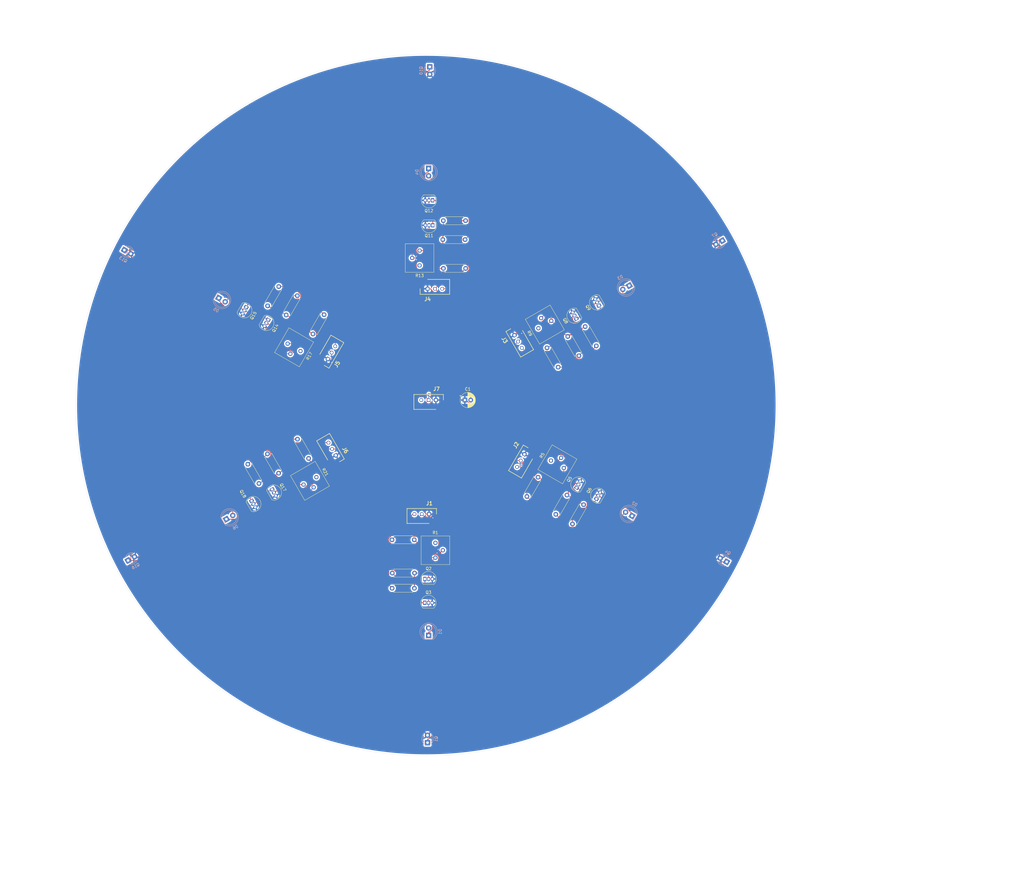
<source format=kicad_pcb>
(kicad_pcb (version 20240108) (generator "pcbnew") (generator_version "8.0")
  (title_block (title "Siliscallop") (company "Nervous Systems"))
  (layers (0 "F.Cu" signal) (31 "B.Cu" signal) (34 "B.Paste" user) (35 "F.Paste" user) (36 "B.SilkS" user "B.Silkscreen") (37 "F.SilkS" user "F.Silkscreen") (38 "B.Mask" user) (39 "F.Mask" user) (44 "Edge.Cuts" user))
  (net 0 "")
  (net 1 "GND")
  (net 2 "VCC")
  (net 4 "Net-(D1-K)")
  (net 5 "Net-(D1-A)")
  (net 6 "Net-(D2-A)")
  (net 7 "Net-(D2-K)")
  (net 8 "Net-(D3-A)")
  (net 9 "Net-(D3-K)")
  (net 10 "Net-(D4-K)")
  (net 11 "Net-(D4-A)")
  (net 12 "Net-(D5-A)")
  (net 13 "Net-(D5-K)")
  (net 14 "Net-(D6-A)")
  (net 15 "Net-(D6-K)")
  (net 16 "/Photo_1/Pulse_out_1")
  (net 17 "/Photo_2/Pulse_out_2")
  (net 18 "/Photo_3/Pulse_out_3")
  (net 19 "/Photo_4/Pulse_out_4")
  (net 20 "/Photo_5/Pulse_out_5")
  (net 21 "/Photo_6/Pulse_out_6")
  (net 22 "Net-(Q1-C)")
  (net 23 "Net-(Q2-B)")
  (net 24 "Net-(Q4-C)")
  (net 25 "Net-(Q5-B)")
  (net 26 "Net-(Q7-C)")
  (net 27 "Net-(Q8-B)")
  (net 28 "Net-(Q10-C)")
  (net 29 "Net-(Q11-B)")
  (net 30 "Net-(Q13-C)")
  (net 31 "Net-(Q14-B)")
  (net 32 "Net-(Q16-C)")
  (net 33 "Net-(Q17-B)")
  (footprint "Resistor_THT:R_Axial_DIN0207_L6.3mm_D2.5mm_P7.62mm_Horizontal" (layer "F.Cu") (at -269.4232 160.9541 60)
    (property "Reference" "R7" (hide yes))
    (property "Value" "1k")
  )
  (footprint "Resistor_THT:R_Axial_DIN0207_L6.3mm_D2.5mm_P7.62mm_Horizontal" (layer "F.Cu") (at -268.6309 110.5959 120)
    (property "Reference" "R10" (hide yes))
    (property "Value" "100k")
  )
  (footprint "Resistor_THT:R_Axial_DIN0207_L6.3mm_D2.5mm_P7.62mm_Horizontal" (layer "F.Cu") (at -357.87 86.1504 -120)
    (property "Reference" "R19" (hide yes))
    (property "Value" "1k")
  )
  (footprint "Resistor_THT:R_Axial_DIN0207_L6.3mm_D2.5mm_P7.62mm_Horizontal" (layer "F.Cu") (at -374.805 143.8004 -60)
    (property "Reference" "R24" (hide yes))
    (property "Value" "1k")
  )
  (footprint "Package_TO_SOT_THT:TO-92_Inline" (layer "F.Cu") (at -314.22 183.085)
    (property "Reference" "Q2")
    (property "Value" "BC237")
  )
  (footprint "Resistor_THT:R_Axial_DIN0207_L6.3mm_D2.5mm_P7.62mm_Horizontal" (layer "F.Cu") (at -279.3113 154.8489 60)
    (property "Reference" "R6" (hide yes))
    (property "Value" "100k")
  )
  (footprint "Package_TO_SOT_THT:TO-92_Inline" (layer "F.Cu") (at -367.8268 94.3701 -120)
    (property "Reference" "Q14")
    (property "Value" "BC237")
  )
  (footprint "Resistor_THT:R_Axial_DIN0207_L6.3mm_D2.5mm_P7.62mm_Horizontal" (layer "F.Cu") (at -261.52 106.6996 120)
    (property "Reference" "R11" (hide yes))
    (property "Value" "1k")
  )
  (footprint "Resistor_THT:R_Axial_DIN0207_L6.3mm_D2.5mm_P7.62mm_Horizontal" (layer "F.Cu") (at -364.22 83.0254 -120)
    (property "Reference" "R20" (hide yes))
    (property "Value" "1k")
  )
  (footprint "Package_TO_SOT_THT:TO-92_Inline" (layer "F.Cu") (at -254.665 89.5499 120)
    (property "Reference" "Q9")
    (property "Value" "BC237")
  )
  (footprint "Package_TO_SOT_THT:TO-92_Inline" (layer "F.Cu") (at -375.3518 90.0701 -120)
    (property "Reference" "Q15")
    (property "Value" "BC237")
  )
  (footprint "Resistor_THT:R_Axial_DIN0207_L6.3mm_D2.5mm_P7.62mm_Horizontal" (layer "F.Cu") (at -368.08 140.2754 -60)
    (property "Reference" "R23" (hide yes))
    (property "Value" "1k")
  )
  (footprint "Footprints:SHDR3W65P0X250_1X3_990X490X610P" (layer "F.Cu") (at -344.7121 140.7651 -60)
    (property "Reference" "J6")
    (property "Value" "0022035035" (hide yes))
  )
  (footprint "Potentiometer_THT:Potentiometer_Bourns_3386P_Vertical" (layer "F.Cu") (at -310.625 175.79)
    (property "Reference" "R1")
    (property "Value" "100k_Variable" (hide yes))
  )
  (footprint "Resistor_THT:R_Axial_DIN0207_L6.3mm_D2.5mm_P7.62mm_Horizontal" (layer "F.Cu") (at -348.7119 92.6434 -120)
    (property "Reference" "R18" (hide yes))
    (property "Value" "100k")
  )
  (footprint "Potentiometer_THT:Potentiometer_Bourns_3386P_Vertical" (layer "F.Cu") (at -270.9828 94.742 120)
    (property "Reference" "R9")
    (property "Value" "100k_Variable" (hide yes))
  )
  (footprint "Footprints:SHDR3W65P0X250_1X3_990X490X610P" (layer "F.Cu") (at -313.3 83.775 180)
    (property "Reference" "J4")
    (property "Value" "0022035035" (hide yes))
  )
  (footprint "Potentiometer_THT:Potentiometer_Bourns_3386P_Vertical" (layer "F.Cu") (at -266.6882 145.105 60)
    (property "Reference" "R5")
    (property "Value" "100k_Variable" (hide yes))
  )
  (footprint "Resistor_THT:R_Axial_DIN0207_L6.3mm_D2.5mm_P7.62mm_Horizontal" (layer "F.Cu") (at -263.7182 164.2546 60)
    (property "Reference" "R8" (hide yes))
    (property "Value" "1k")
  )
  (footprint "Package_TO_SOT_THT:TO-92_Inline" (layer "F.Cu") (at -311.58 53.515 180)
    (property "Reference" "Q12")
    (property "Value" "BC237")
  )
  (footprint "Resistor_THT:R_Axial_DIN0207_L6.3mm_D2.5mm_P7.62mm_Horizontal" (layer "F.Cu") (at -325.435 186.25)
    (property "Reference" "R4" (hide yes))
    (property "Value" "1k")
  )
  (footprint "Resistor_THT:R_Axial_DIN0207_L6.3mm_D2.5mm_P7.62mm_Horizontal" (layer "F.Cu") (at -255.57 103.3246 120)
    (property "Reference" "R12" (hide yes))
    (property "Value" "1k")
  )
  (footprint "Potentiometer_THT:Potentiometer_Bourns_3386P_Vertical" (layer "F.Cu") (at -355.7422 150.783 -60)
    (property "Reference" "R21")
    (property "Value" "100k_Variable" (hide yes))
  )
  (footprint "Footprints:SHDR3W65P0X250_1X3_990X490X610P" (layer "F.Cu") (at -312.8 160.875)
    (property "Reference" "J1")
    (property "Value" "0022035035" (hide yes))
  )
  (footprint "Package_TO_SOT_THT:TO-92_Inline" (layer "F.Cu") (at -366.5 152.4 -60)
    (property "Reference" "Q17")
    (property "Value" "BC237")
  )
  (footprint "Potentiometer_THT:Potentiometer_Bourns_3386P_Vertical" (layer "F.Cu") (at -361.1797 102.5553 -120)
    (property "Reference" "R17")
    (property "Value" "100k_Variable" (hide yes))
  )
  (footprint "Package_TO_SOT_THT:TO-92_Inline" (layer "F.Cu") (at -262.3332 151.8547 60)
    (property "Reference" "Q5")
    (property "Value" "BC237")
  )
  (footprint "Resistor_THT:R_Axial_DIN0207_L6.3mm_D2.5mm_P7.62mm_Horizontal" (layer "F.Cu") (at -325.485 169.675)
    (property "Reference" "R2" (hide yes))
    (property "Value" "100k")
  )
  (footprint "Capacitor_THT:CP_Radial_D5.0mm_P2.00mm" (layer "F.Cu") (at -300.5402 121.85)
    (property "Reference" "C1")
    (property "Value" "10u")
  )
  (footprint "Package_TO_SOT_THT:TO-92_Inline" (layer "F.Cu") (at -314.27 191.235)
    (property "Reference" "Q3")
    (property "Value" "BC237")
  )
  (footprint "Footprints:SHDR3W65P0X250_1X3_990X490X610P" (layer "F.Cu") (at -280.175 140.4099 60)
    (property "Reference" "J2")
    (property "Value" "0022035035" (hide yes))
  )
  (footprint "Resistor_THT:R_Axial_DIN0207_L6.3mm_D2.5mm_P7.62mm_Horizontal" (layer "F.Cu") (at -300.475 66.95 180)
    (property "Reference" "R15" (hide yes))
    (property "Value" "1k")
  )
  (footprint "Footprints:SHDR3W65P0X250_1X3_990X490X610P" (layer "F.Cu") (at -310.45 121.85)
    (property "Reference" "J7")
    (property "Value" "0022035035" (hide yes))
  )
  (footprint "Package_TO_SOT_THT:TO-92_Inline" (layer "F.Cu") (at -262.4032 94.0699 120)
    (property "Reference" "Q8")
    (property "Value" "BC237")
  )
  (footprint "Resistor_THT:R_Axial_DIN0207_L6.3mm_D2.5mm_P7.62mm_Horizontal" (layer "F.Cu") (at -325.385 181.05)
    (property "Reference" "R3" (hide yes))
    (property "Value" "1k")
  )
  (footprint "Package_TO_SOT_THT:TO-92_Inline" (layer "F.Cu") (at -311.525 62.05 180)
    (property "Reference" "Q11")
    (property "Value" "BC237")
  )
  (footprint "Footprints:SHDR3W65P0X250_1X3_990X490X610P" (layer "F.Cu") (at -347.3871 107.7901 -120)
    (property "Reference" "J5")
    (property "Value" "0022035035" (hide yes))
  )
  (footprint "Resistor_THT:R_Axial_DIN0207_L6.3mm_D2.5mm_P7.62mm_Horizontal" (layer "F.Cu") (at -300.27 76.81 180)
    (property "Reference" "R14" (hide yes))
    (property "Value" "100k")
  )
  (footprint "Resistor_THT:R_Axial_DIN0207_L6.3mm_D2.5mm_P7.62mm_Horizontal" (layer "F.Cu") (at -357.8191 135.2291 -60)
    (property "Reference" "R22" (hide yes))
    (property "Value" "100k")
  )
  (footprint "Potentiometer_THT:Potentiometer_Bourns_3386P_Vertical" (layer "F.Cu") (at -316.04 70.71 180)
    (property "Reference" "R13")
    (property "Value" "100k_Variable" (hide yes))
  )
  (footprint "Package_TO_SOT_THT:TO-92_Inline" (layer "F.Cu") (at -373.5218 156.3301 -60)
    (property "Reference" "Q18")
    (property "Value" "BC237")
  )
  (footprint "Footprints:SHDR3W65P0X250_1X3_990X490X610P" (layer "F.Cu") (at -283.5763 99.6697 120)
    (property "Reference" "J3")
    (property "Value" "0022035035" (hide yes))
  )
  (footprint "Package_TO_SOT_THT:TO-92_Inline" (layer "F.Cu") (at -255.5482 155.6799 60)
    (property "Reference" "Q6")
    (property "Value" "BC237")
  )
  (footprint "Resistor_THT:R_Axial_DIN0207_L6.3mm_D2.5mm_P7.62mm_Horizontal" (layer "F.Cu") (at -300.3 60.475 180)
    (property "Reference" "R16" (hide yes))
    (property "Value" "1k")
  )
  (footprint "LED_THT:LED_D5.0mm" (layer "B.Cu") (at -382.1542 162.6125 30)
    (property "Reference" "D6")
    (property "Value" "LED")
  )
  (footprint "LED_THT:LED_D5.0mm" (layer "B.Cu") (at -243.3458 161.4875 150)
    (property "Reference" "D2")
    (property "Value" "LED")
  )
  (footprint "LED_THT:LED_D5.0mm" (layer "B.Cu") (at -312.95 202.3941 90)
    (property "Reference" "D1")
    (property "Value" "LED")
  )
  (footprint "LED_THT:LED_D3.0mm_Clear" (layer "B.Cu") (at -313.325 239.075 90)
    (property "Reference" "Q1")
    (property "Value" "BPW85")
  )
  (footprint "LED_THT:LED_D3.0mm_Clear" (layer "B.Cu") (at -417.0542 70.5375 -30)
    (property "Reference" "Q13")
    (property "Value" "BPW85")
  )
  (footprint "LED_THT:LED_D3.0mm_Clear" (layer "B.Cu") (at -415.7792 176.7375 30)
    (property "Reference" "Q16")
    (property "Value" "BPW85")
  )
  (footprint "LED_THT:LED_D5.0mm" (layer "B.Cu") (at -312.95 42.6059 -90)
    (property "Reference" "D4")
    (property "Value" "LED")
  )
  (footprint "LED_THT:LED_D3.0mm_Clear" (layer "B.Cu") (at -212.4458 67.3125 -150)
    (property "Reference" "Q7")
    (property "Value" "BPW85")
  )
  (footprint "LED_THT:LED_D5.0mm" (layer "B.Cu") (at -244.2958 82.7125 -150)
    (property "Reference" "D3")
    (property "Value" "LED")
  )
  (footprint "LED_THT:LED_D3.0mm_Clear" (layer "B.Cu") (at -312.55 7.85 -90)
    (property "Reference" "Q10")
    (property "Value" "BPW85")
  )
  (footprint "LED_THT:LED_D3.0mm_Clear" (layer "B.Cu") (at -210.9708 177.2125 150)
    (property "Reference" "Q4")
    (property "Value" "BPW85")
  )
  (footprint "LED_THT:LED_D5.0mm" (layer "B.Cu") (at -384.7542 86.9625 -30)
    (property "Reference" "D5")
    (property "Value" "LED")
  )
  (gr_circle (center -313.725 123.567708) (end -212.225 187.567708) (stroke (width 0.05)) (fill none) (layer "Edge.Cuts"))
  (segment (start -376.6218 92.2698) (end -377.6122 91.698) (width 0.2) (layer "F.Cu") (net 1))
  (segment (start -397.9085 88.7535) (end -414.8545 71.8075) (width 0.2) (layer "F.Cu") (net 1))
  (segment (start -314.635 12.475) (end -312.55 10.39) (width 0.2) (layer "F.Cu") (net 1))
  (segment (start -261.0632 146.7201) (end -265.2242 142.5591) (width 0.2) (layer "F.Cu") (net 1))
  (segment (start -311.73 191.235) (end -311.73 192.2867) (width 0.2) (layer "F.Cu") (net 1))
  (segment (start -311.2898 192.7269) (end -311.2898 234.4998) (width 0.2) (layer "F.Cu") (net 1))
  (segment (start -255.935 87.3502) (end -254.9446 86.7784) (width 0.2) (layer "F.Cu") (net 1))
  (segment (start -281.1048 99.0384) (end -277.231 95.1646) (width 0.2) (layer "F.Cu") (net 1))
  (segment (start -311.2898 234.4998) (end -313.325 236.535) (width 0.2) (layer "F.Cu") (net 1))
  (segment (start -238.1615 71.6418) (end -238.1594 71.6418) (width 0.2) (layer "F.Cu") (net 1))
  (segment (start -266.8583 139.789) (end -269.2359 139.789) (width 0.2) (layer "F.Cu") (net 1))
  (segment (start -314.12 52.4633) (end -314.635 51.9483) (width 0.2) (layer "F.Cu") (net 1))
  (segment (start -282.1515 139.8145) (end -281.2063 139.8145) (width 0.2) (layer "F.Cu") (net 1))
  (segment (start -360.7037 105.0033) (end -360.7052 105.0018) (width 0.2) (layer "F.Cu") (net 1))
  (segment (start -352.113 150.1083) (end -356.0326 154.0279) (width 0.2) (layer "F.Cu") (net 1))
  (segment (start -394.4449 91.6491) (end -397.4582 88.6358) (width 0.2) (layer "F.Cu") (net 1))
  (segment (start -261.0632 148.3179) (end -261.0632 146.7201) (width 0.2) (layer "F.Cu") (net 1))
  (segment (start -397.4582 88.6358) (end -397.7908 88.6358) (width 0.2) (layer "F.Cu") (net 1))
  (segment (start -269.6376 140.1907) (end -272.3923 140.1907) (width 0.2) (layer "F.Cu") (net 1))
  (segment (start -265.9419 93.7203) (end -264.6636 92.442) (width 0.2) (layer "F.Cu") (net 1))
  (segment (start -311.68 183.085) (end -310.8533 183.085) (width 0.2) (layer "F.Cu") (net 1))
  (segment (start -272.794 140.5924) (end -278.7308 140.5924) (width 0.2) (layer "F.Cu") (net 1))
  (segment (start -283.6595 143.5142) (end -287.7556 147.6103) (width 0.2) (layer "F.Cu") (net 1))
  (segment (start -312.3608 83.775) (end -305.7229 90.4129) (width 0.2) (layer "F.Cu") (net 1))
  (segment (start -314.635 51.9483) (end -314.635 12.475) (width 0.2) (layer "F.Cu") (net 1))
  (segment (start -312.8 160.875) (end -313.7392 160.875) (width 0.2) (layer "F.Cu") (net 1))
  (segment (start -230.7299 68.5825) (end -214.6455 68.5825) (width 0.2) (layer "F.Cu") (net 1))
  (segment (start -261.0632 149.655) (end -260.0728 150.2268) (width 0.2) (layer "F.Cu") (net 1))
  (segment (start -355.292 107.1947) (end -355.6936 106.7931) (width 0.2) (layer "F.Cu") (net 1))
  (segment (start -313.3 83.775) (end -313.3 82.8358) (width 0.2) (layer "F.Cu") (net 1))
  (segment (start -372.2518 158.5298) (end -371.2614 157.958) (width 0.2) (layer "F.Cu") (net 1))
  (segment (start -314.8917 62.05) (end -317.5187 64.677) (width 0.2) (layer "F.Cu") (net 1))
  (segment (start -348.4184 107.1947) (end -355.292 107.1947) (width 0.2) (layer "F.Cu") (net 1))
  (segment (start -252.14 83.9738) (end -250.4935 83.9738) (width 0.2) (layer "F.Cu") (net 1))
  (segment (start -345.7433 150.1083) (end -352.113 150.1083) (width 0.2) (layer "F.Cu") (net 1))
  (segment (start -369.854 96.1326) (end -371.6166 94.37) (width 0.2) (layer "F.Cu") (net 1))
  (segment (start -366.2204 155.1715) (end -368.4749 155.1715) (width 0.2) (layer "F.Cu") (net 1))
  (segment (start -277.231 95.1646) (end -274.2653 95.1646) (width 0.2) (layer "F.Cu") (net 1))
  (segment (start -287.7556 147.6103) (end -294.963 147.6103) (width 0.2) (layer "F.Cu") (net 1))
  (segment (start -314.065 60.9983) (end -314.12 60.9433) (width 0.2) (layer "F.Cu") (net 1))
  (segment (start -309.2002 174.9959) (end -309.2002 181.4319) (width 0.2) (layer "F.Cu") (net 1))
  (segment (start -314.065 62.05) (end -314.8917 62.05) (width 0.2) (layer "F.Cu") (net 1))
  (segment (start -265.2242 141.4231) (end -266.8583 139.789) (width 0.2) (layer "F.Cu") (net 1))
  (segment (start -254.2782 153.4802) (end -255.2686 152.9084) (width 0.2) (layer "F.Cu") (net 1))
  (segment (start -260.5738 148.8073) (end -261.0632 148.3179) (width 0.2) (layer "F.Cu") (net 1))
  (segment (start -263.6732 91.8702) (end -264.6636 92.442) (width 0.2) (layer "F.Cu") (net 1))
  (segment (start -324.2746 108.9646) (end -324.2746 109.2389) (width 0.2) (layer "F.Cu") (net 1))
  (segment (start -359.8267 105.0033) (end -360.7037 105.0033) (width 0.2) (layer "F.Cu") (net 1))
  (segment (start -274.2653 95.1646) (end -272.821 93.7203) (width 0.2) (layer "F.Cu") (net 1))
  (segment (start -377.6122 91.698) (end -394.4449 91.698) (width 0.2) (layer "F.Cu") (net 1))
  (segment (start -231.1316 68.9842) (end -230.7299 68.5825) (width 0.2) (layer "F.Cu") (net 1))
  (segment (start -254.2782 153.4802) (end -253.2878 154.052) (width 0.2) (layer "F.Cu") (net 1))
  (segment (start -356.0326 154.0279) (end -364.2396 154.0279) (width 0.2) (layer "F.Cu") (net 1))
  (segment (start -324.5059 150.1083) (end -345.7433 150.1083) (width 0.2) (layer "F.Cu") (net 1))
  (segment (start -314.12 53.515) (end -314.12 52.4633) (width 0.2) (layer "F.Cu") (net 1))
  (segment (start -238.1594 71.6418) (end -235.5018 68.9842) (width 0.2) (layer "F.Cu") (net 1))
  (segment (start -261.0632 149.655) (end -260.5738 148.8073) (width 0.2) (layer "F.Cu") (net 1))
  (segment (start -345.7434 141.3605) (end -345.7433 141.3606) (width 0.2) (layer "F.Cu") (net 1))
  (segment (start -344.7121 140.7651) (end -345.7434 141.3605) (width 0.2) (layer "F.Cu") (net 1))
  (segment (start -312.8304 83.775) (end -313.3 83.775) (width 0.2) (layer "F.Cu") (net 1))
  (segment (start -255.935 87.3502) (end -256.9254 87.922) (width 0.2) (layer "F.Cu") (net 1))
  (segment (start -360.9848 105.0018) (end -369.854 96.1326) (width 0.2) (layer "F.Cu") (net 1))
  (segment (start -394.0458 175.4675) (end -413.5795 175.4675) (width 0.2) (layer "F.Cu") (net 1))
  (segment (start -393.6441 175.0658) (end -394.0458 175.4675) (width 0.2) (layer "F.Cu") (net 1))
  (segment (start -368.4749 155.1715) (end -371.2614 157.958) (width 0.2) (layer "F.Cu") (net 1))
  (segment (start -365.23 154.5997) (end -366.2204 155.1715) (width 0.2) (layer "F.Cu") (net 1))
  (segment (start -235.5018 68.9842) (end -231.1316 68.9842) (width 0.2) (layer "F.Cu") (net 1))
  (segment (start -300.5402 121.85) (end -300.116 121.85) (width 0.2) (layer "F.Cu") (net 1))
  (segment (start -309.5384 162.1856) (end -311.4894 162.1856) (width 0.2) (layer "F.Cu") (net 1))
  (segment (start -281.0359 143.5142) (end -283.6595 143.5142) (width 0.2) (layer "F.Cu") (net 1))
  (segment (start -283.5763 99.6697) (end -282.545 99.0743) (width 0.2) (layer "F.Cu") (net 1))
  (segment (start -310.043 174.1531) (end -309.2002 174.9959) (width 0.2) (layer "F.Cu") (net 1))
  (segment (start -265.2242 142.5591) (end -265.2242 141.4231) (width 0.2) (layer "F.Cu") (net 1))
  (segment (start -253.2878 154.052) (end -235.061 154.052) (width 0.2) (layer "F.Cu") (net 1))
  (segment (start -394.4449 91.698) (end -394.4449 91.6491) (width 0.2) (layer "F.Cu") (net 1))
  (segment (start -300.116 121.85) (end -282.1515 139.8145) (width 0.2) (layer "F.Cu") (net 1))
  (segment (start -312.8652 120.374) (end -311.3892 121.85) (width 0.2) (layer "F.Cu") (net 1))
  (segment (start -324.2746 108.9646) (end -346.0719 108.9646) (width 0.2) (layer "F.Cu") (net 1))
  (segment (start -272.3923 140.1907) (end -272.794 140.5924) (width 0.2) (layer "F.Cu") (net 1))
  (segment (start -260.3018 91.2984) (end -256.9254 87.922) (width 0.2) (layer "F.Cu") (net 1))
  (segment (start -311.73 192.2867) (end -311.2898 192.7269) (width 0.2) (layer "F.Cu") (net 1))
  (segment (start -314.12 60.9433) (end -314.12 53.515) (width 0.2) (layer "F.Cu") (net 1))
  (segment (start -311.73 190.7091) (end -311.73 190.1833) (width 0.2) (layer "F.Cu") (net 1))
  (segment (start -309.5384 172.7648) (end -309.7217 172.9481) (width 0.2) (layer "F.Cu") (net 1))
  (segment (start -347.3871 107.7901) (end -348.4184 107.1947) (width 0.2) (layer "F.Cu") (net 1))
  (segment (start -309.5384 162.1856) (end -309.5384 172.7648) (width 0.2) (layer "F.Cu") (net 1))
  (segment (start -372.2518 158.5298) (end -373.2422 159.1016) (width 0.2) (layer "F.Cu") (net 1))
  (segment (start -345.7433 141.3606) (end -345.7433 150.1083) (width 0.2) (layer "F.Cu") (net 1))
  (segment (start -250.4935 83.9738) (end -238.1615 71.6418) (width 0.2) (layer "F.Cu") (net 1))
  (segment (start -309.5383 162.1856) (end -309.5384 162.1856) (width 0.2) (layer "F.Cu") (net 1))
  (segment (start -374.103 94.37) (end -375.6314 92.8416) (width 0.2) (layer "F.Cu") (net 1))
  (segment (start -389.2064 175.0658) (end -393.6441 175.0658) (width 0.2) (layer "F.Cu") (net 1))
  (segment (start -313.3 82.8358) (end -317.0708 79.065) (width 0.2) (layer "F.Cu") (net 1))
  (segment (start -311.68 183.085) (end -311.68 190.1333) (width 0.2) (layer "F.Cu") (net 1))
  (segment (start -279.2115 141.0731) (end -279.2115 141.6898) (width 0.2) (layer "F.Cu") (net 1))
  (segment (start -269.2359 139.789) (end -269.6376 140.1907) (width 0.2) (layer "F.Cu") (net 1))
  (segment (start -317.5187 72.1698) (end -317.0708 72.6177) (width 0.2) (layer "F.Cu") (net 1))
  (segment (start -285.7024 95.9169) (end -282.545 99.0743) (width 0.2) (layer "F.Cu") (net 1))
  (segment (start -300.2189 95.9169) (end -285.7024 95.9169) (width 0.2) (layer "F.Cu") (net 1))
  (segment (start -254.9446 86.7784) (end -252.14 83.9738) (width 0.2) (layer "F.Cu") (net 1))
  (segment (start -280.175 140.4099) (end -281.2063 139.8145) (width 0.2) (layer "F.Cu") (net 1))
  (segment (start -310.45 121.85) (end -300.5402 121.85) (width 0.2) (layer "F.Cu") (net 1))
  (segment (start -272.821 93.7203) (end -265.9419 93.7203) (width 0.2) (layer "F.Cu") (net 1))
  (segment (start -317.0708 79.065) (end -317.0708 73.8601) (width 0.2) (layer "F.Cu") (net 1))
  (segment (start -324.2746 108.9646) (end -305.7229 90.4129) (width 0.2) (layer "F.Cu") (net 1))
  (segment (start -313.1395 120.374) (end -312.8652 120.374) (width 0.2) (layer "F.Cu") (net 1))
  (segment (start -279.2115 141.6898) (end -281.0359 143.5142) (width 0.2) (layer "F.Cu") (net 1))
  (segment (start -324.2746 109.2389) (end -313.1395 120.374) (width 0.2) (layer "F.Cu") (net 1))
  (segment (start -317.5187 64.677) (end -317.5187 72.1698) (width 0.2) (layer "F.Cu") (net 1))
  (segment (start -311.68 190.1333) (end -311.73 190.1833) (width 0.2) (layer "F.Cu") (net 1))
  (segment (start -369.0968 96.5698) (end -369.854 96.1326) (width 0.2) (layer "F.Cu") (net 1))
  (segment (start -280.175 140.4099) (end -279.1437 141.0053) (width 0.2) (layer "F.Cu") (net 1))
  (segment (start -313.7392 160.875) (end -324.5059 150.1083) (width 0.2) (layer "F.Cu") (net 1))
  (segment (start -278.7308 140.5924) (end -279.1437 141.0053) (width 0.2) (layer "F.Cu") (net 1))
  (segment (start -309.2002 181.4319) (end -310.8533 183.085) (width 0.2) (layer "F.Cu") (net 1))
  (segment (start -294.963 147.6103) (end -309.5383 162.1856) (width 0.2) (layer "F.Cu") (net 1))
  (segment (start -314.065 62.05) (end -314.065 60.9983) (width 0.2) (layer "F.Cu") (net 1))
  (segment (start -360.7052 105.0018) (end -360.9848 105.0018) (width 0.2) (layer "F.Cu") (net 1))
  (segment (start -263.6732 91.8702) (end -262.6828 91.2984) (width 0.2) (layer "F.Cu") (net 1))
  (segment (start -355.6936 106.7931) (end -358.0369 106.7931) (width 0.2) (layer "F.Cu") (net 1))
  (segment (start -373.2422 159.1016) (end -389.2064 175.0658) (width 0.2) (layer "F.Cu") (net 1))
  (segment (start -371.6166 94.37) (end -374.103 94.37) (width 0.2) (layer "F.Cu") (net 1))
  (segment (start -365.23 154.5997) (end -364.2396 154.0279) (width 0.2) (layer "F.Cu") (net 1))
  (segment (start -305.7229 90.4129) (end -300.2189 95.9169) (width 0.2) (layer "F.Cu") (net 1))
  (segment (start -397.7908 88.6358) (end -397.9085 88.7535) (width 0.2) (layer "F.Cu") (net 1))
  (segment (start -312.8304 83.775) (end -312.3608 83.775) (width 0.2) (layer "F.Cu") (net 1))
  (segment (start -358.0369 106.7931) (end -359.8267 105.0033) (width 0.2) (layer "F.Cu") (net 1))
  (segment (start -235.061 154.052) (end -213.1705 175.9425) (width 0.2) (layer "F.Cu") (net 1))
  (segment (start -376.6218 92.2698) (end -375.6314 92.8416) (width 0.2) (layer "F.Cu") (net 1))
  (segment (start -260.0728 150.2268) (end -257.9502 150.2268) (width 0.2) (layer "F.Cu") (net 1))
  (segment (start -257.9502 150.2268) (end -255.2686 152.9084) (width 0.2) (layer "F.Cu") (net 1))
  (segment (start -279.1437 141.0053) (end -279.2115 141.0731) (width 0.2) (layer "F.Cu") (net 1))
  (segment (start -310.45 121.85) (end -311.3892 121.85) (width 0.2) (layer "F.Cu") (net 1))
  (segment (start -311.73 190.7091) (end -311.73 191.235) (width 0.2) (layer "F.Cu") (net 1))
  (segment (start -262.6828 91.2984) (end -260.3018 91.2984) (width 0.2) (layer "F.Cu") (net 1))
  (via (at -281.1048 99.0384) (size 0.6) (drill 0.3) (layers "F.Cu" "B.Cu") (net 1))
  (via (at -309.7217 172.9481) (size 0.6) (drill 0.3) (layers "F.Cu" "B.Cu") (net 1))
  (via (at -346.0719 108.9646) (size 0.6) (drill 0.3) (layers "F.Cu" "B.Cu") (net 1))
  (via (at -311.4894 162.1856) (size 0.6) (drill 0.3) (layers "F.Cu" "B.Cu") (net 1))
  (via (at -310.043 174.1531) (size 0.6) (drill 0.3) (layers "F.Cu" "B.Cu") (net 1))
  (via (at -317.0708 72.6177) (size 0.6) (drill 0.3) (layers "F.Cu" "B.Cu") (net 1))
  (via (at -317.0708 73.8601) (size 0.6) (drill 0.3) (layers "F.Cu" "B.Cu") (net 1))
  (segment (start -310.043 173.2694) (end -310.043 174.1531) (width 0.2) (layer "B.Cu") (net 1))
  (segment (start -346.3558 108.3855) (end -346.3559 108.3856) (width 0.2) (layer "B.Cu") (net 1))
  (segment (start -311.8608 161.8142) (end -311.8608 160.875) (width 0.2) (layer "B.Cu") (net 1))
  (segment (start -312.8 160.875) (end -311.8608 160.875) (width 0.2) (layer "B.Cu") (net 1))
  (segment (start -346.3559 108.6806) (end -346.0719 108.9646) (width 0.2) (layer "B.Cu") (net 1))
  (segment (start -346.3559 108.3856) (end -346.3559 108.6806) (width 0.2) (layer "B.Cu") (net 1))
  (segment (start -317.0708 73.8601) (end -317.0708 72.6177) (width 0.2) (layer "B.Cu") (net 1))
  (segment (start -283.5763 99.6697) (end -282.545 99.0743) (width 0.2) (layer "B.Cu") (net 1))
  (segment (start -309.7217 172.9481) (end -310.043 173.2694) (width 0.2) (layer "B.Cu") (net 1))
  (segment (start -311.4894 162.1856) (end -311.8608 161.8142) (width 0.2) (layer "B.Cu") (net 1))
  (segment (start -282.5091 99.0384) (end -282.545 99.0743) (width 0.2) (layer "B.Cu") (net 1))
  (segment (start -347.3871 107.7901) (end -346.3558 108.3855) (width 0.2) (layer "B.Cu") (net 1))
  (segment (start -281.1048 99.0384) (end -282.5091 99.0384) (width 0.2) (layer "B.Cu") (net 1))
  (segment (start -271.9436 140.5924) (end -269.3902 140.5924) (width 0.2) (layer "F.Cu") (net 2))
  (segment (start -266.2363 99.4885) (end -270.9828 94.742) (width 0.2) (layer "F.Cu") (net 2))
  (segment (start -351.3587 102.5553) (end -349.2068 102.5553) (width 0.2) (layer "F.Cu") (net 2))
  (segment (start -292.4911 142.3088) (end -312.0254 161.8431) (width 0.2) (layer "F.Cu") (net 2))
  (segment (start -308.6592 81.6342) (end -310.8 83.775) (width 0.2) (layer "F.Cu") (net 2))
  (segment (start -361.68 92.7495) (end -360.62 93.3615) (width 0.2) (layer "F.Cu") (net 2))
  (segment (start -265.6259 141.5894) (end -265.6259 144.0427) (width 0.2) (layer "F.Cu") (net 2))
  (segment (start -355.5475 138.6) (end -363.21 146.2625) (width 0.2) (layer "F.Cu") (net 2))
  (segment (start -308.095 66.95) (end -308.095 66.3991) (width 0.2) (layer "F.Cu") (net 2))
  (segment (start -308.6592 81.6341) (end -308.6592 81.6342) (width 0.2) (layer "F.Cu") (net 2))
  (segment (start -317.765 185.0983) (end -317.815 185.1483) (width 0.2) (layer "F.Cu") (net 2))
  (segment (start -362.0335 150.783) (end -365.33 147.4865) (width 0.2) (layer "F.Cu") (net 2))
  (segment (start -292.4911 142.3088) (end -292.225 142.575) (width 0.2) (layer "F.Cu") (net 2))
  (segment (start -307.92 60.475) (end -307.92 65.6733) (width 0.2) (layer "F.Cu") (net 2))
  (segment (start -304.7914 70.71) (end -299.1637 76.3377) (width 0.2) (layer "F.Cu") (net 2))
  (segment (start -310.625 175.79) (end -320.9849 175.79) (width 0.2) (layer "F.Cu") (net 2))
  (segment (start -349.2068 102.5553) (end -346.1371 105.625) (width 0.2) (layer "F.Cu") (net 2))
  (segment (start -265.6132 150.5589) (end -265.6147 150.5574) (width 0.2) (layer "F.Cu") (net 2))
  (segment (start -264.27 99.4885) (end -266.2363 99.4885) (width 0.2) (layer "F.Cu") (net 2))
  (segment (start -259.9082 157.6555) (end -260.9682 157.0435) (width 0.2) (layer "F.Cu") (net 2))
  (segment (start -260.44 97.3375) (end -262.591 99.4885) (width 0.2) (layer "F.Cu") (net 2))
  (segment (start -307.92 65.6733) (end -308.095 65.8483) (width 0.2) (layer "F.Cu") (net 2))
  (segment (start -298.5402 118.0487) (end -282.3263 101.8348) (width 0.2) (layer "F.Cu") (net 2))
  (segment (start -288.3603 92.6588) (end -280.7553 100.2638) (width 0.2) (layer "F.Cu") (net 2))
  (segment (start -269.3902 140.5924) (end -268.9885 140.1907) (width 0.2) (layer "F.Cu") (net 2))
  (segment (start -276.5046 100.2638) (end -270.9828 94.742) (width 0.2) (layer "F.Cu") (net 2))
  (segment (start -262.4767 157.0435) (end -264.5532 154.967) (width 0.2) (layer "F.Cu") (net 2))
  (segment (start -260.9682 157.0435) (end -262.4767 157.0435) (width 0.2) (layer "F.Cu") (net 2))
  (segment (start -315.885 181.05) (end -310.625 175.79) (width 0.2) (layer "F.Cu") (net 2))
  (segment (start -346.1371 105.625) (end -346.1371 108.0758) (width 0.2) (layer "F.Cu") (net 2))
  (segment (start -335.1328 120.7742) (end -314.0258 120.7742) (width 0.2) (layer "F.Cu") (net 2))
  (segment (start -312.0254 161.8431) (end -314.3319 161.8431) (width 0.2) (layer "F.Cu") (net 2))
  (segment (start -310.8 83.775) (end -301.9162 92.6588) (width 0.2) (layer "F.Cu") (net 2))
  (segment (start -265.6147 150.5041) (end -266.6882 149.4306) (width 0.2) (layer "F.Cu") (net 2))
  (segment (start -364.27 146.8745) (end -365.33 147.4865) (width 0.2) (layer "F.Cu") (net 2))
  (segment (start -317.765 181.05) (end -317.765 185.0983) (width 0.2) (layer "F.Cu") (net 2))
  (segment (start -364.27 146.8745) (end -363.21 146.2625) (width 0.2) (layer "F.Cu") (net 2))
  (segment (start -299.1637 77.3192) (end -303.4786 81.6341) (width 0.2) (layer "F.Cu") (net 2))
  (segment (start -320.9849 175.79) (end -326.6061 170.1688) (width 0.2) (layer "F.Cu") (net 2))
  (segment (start -301.9162 92.6588) (end -288.3603 92.6588) (width 0.2) (layer "F.Cu") (net 2))
  (segment (start -298.5402 119.7723) (end -312.8904 119.7723) (width 0.2) (layer "F.Cu") (net 2))
  (segment (start -365.33 147.4865) (end -367.631 149.7875) (width 0.2) (layer "F.Cu") (net 2))
  (segment (start -316.04 70.71) (end -308.095 70.71) (width 0.2) (layer "F.Cu") (net 2))
  (segment (start -346.6923 108.631) (end -346.6923 109.2147) (width 0.2) (layer "F.Cu") (net 2))
  (segment (start -259.38 96.7255) (end -260.44 97.3375) (width 0.2) (layer "F.Cu") (net 2))
  (segment (start -267.0246 140.1907) (end -265.6259 141.5894) (width 0.2) (layer "F.Cu") (net 2))
  (segment (start -298.5402 121.85) (end -298.5402 119.7723) (width 0.2) (layer "F.Cu") (net 2))
  (segment (start -329.7 138.6) (end -345.9621 138.6) (width 0.2) (layer "F.Cu") (net 2))
  (segment (start -351.3587 102.5553) (end -351.3587 98.7078) (width 0.2) (layer "F.Cu") (net 2))
  (segment (start -298.5402 119.7723) (end -298.5402 118.0487) (width 0.2) (layer "F.Cu") (net 2))
  (segment (start -312.95 121.85) (end -292.4911 142.3088) (width 0.2) (layer "F.Cu") (net 2))
  (segment (start -317.815 186.25) (end -317.815 185.1483) (width 0.2) (layer "F.Cu") (net 2))
  (segment (start -262.591 99.4885) (end -264.27 99.4885) (width 0.2) (layer "F.Cu") (net 2))
  (segment (start -265.0012 153.295) (end -265.6132 152.683) (width 0.2) (layer "F.Cu") (net 2))
  (segment (start -364.641 90.2365) (end -362.74 92.1375) (width 0.2) (layer "F.Cu") (net 2))
  (segment (start -314.0258 120.7742) (end -312.95 121.85) (width 0.2) (layer "F.Cu") (net 2))
  (segment (start -326.6061 169.2343) (end -325.0506 167.6788) (width 0.2) (layer "F.Cu") (net 2))
  (segment (start -356.705 93.3615) (end -360.62 93.3615) (width 0.2) (layer "F.Cu") (net 2))
  (segment (start -292.225 142.575) (end -281.425 142.575) (width 0.2) (layer "F.Cu") (net 2))
  (segment (start -345.9621 138.6) (end -355.5475 138.6) (width 0.2) (layer "F.Cu") (net 2))
  (segment (start -265.6147 150.5574) (end -265.6147 150.5041) (width 0.2) (layer "F.Cu") (net 2))
  (segment (start -312.95 121.85) (end -329.7 138.6) (width 0.2) (layer "F.Cu") (net 2))
  (segment (start -346.1371 108.0758) (end -346.6923 108.631) (width 0.2) (layer "F.Cu") (net 2))
  (segment (start -266.6882 149.4306) (end -266.6882 145.105) (width 0.2) (layer "F.Cu") (net 2))
  (segment (start -351.3587 98.7078) (end -356.705 93.3615) (width 0.2) (layer "F.Cu") (net 2))
  (segment (start -268.9885 140.1907) (end -267.0246 140.1907) (width 0.2) (layer "F.Cu") (net 2))
  (segment (start -303.4786 81.6341) (end -308.6592 81.6341) (width 0.2) (layer "F.Cu") (net 2))
  (segment (start -275.4783 144.1271) (end -271.9436 140.5924) (width 0.2) (layer "F.Cu") (net 2))
  (segment (start -265.33 100.1005) (end -264.27 99.4885) (width 0.2) (layer "F.Cu") (net 2))
  (segment (start -281.5867 144.1271) (end -275.4783 144.1271) (width 0.2) (layer "F.Cu") (net 2))
  (segment (start -314.3319 161.8431) (end -315.3 160.875) (width 0.2) (layer "F.Cu") (net 2))
  (segment (start -282.3263 101.8348) (end -280.7553 100.2638) (width 0.2) (layer "F.Cu") (net 2))
  (segment (start -325.0506 167.6788) (end -322.1038 167.6788) (width 0.2) (layer "F.Cu") (net 2))
  (segment (start -265.6132 152.683) (end -265.6132 150.5589) (width 0.2) (layer "F.Cu") (net 2))
  (segment (start -308.095 66.3991) (end -308.095 65.8483) (width 0.2) (layer "F.Cu") (net 2))
  (segment (start -368.03 89.6245) (end -366.97 90.2365) (width 0.2) (layer "F.Cu") (net 2))
  (segment (start -265.6132 154.355) (end -264.5532 154.967) (width 0.2) (layer "F.Cu") (net 2))
  (segment (start -265.6132 154.355) (end -265.0012 153.295) (width 0.2) (layer "F.Cu") (net 2))
  (segment (start -265.6259 144.0427) (end -266.6882 145.105) (width 0.2) (layer "F.Cu") (net 2))
  (segment (start -308.095 70.71) (end -304.7914 70.71) (width 0.2) (layer "F.Cu") (net 2))
  (segment (start -370.995 150.3995) (end -369.935 149.7875) (width 0.2) (layer "F.Cu") (net 2))
  (segment (start -326.6061 170.1688) (end -326.6061 169.2343) (width 0.2) (layer "F.Cu") (net 2))
  (segment (start -308.095 70.71) (end -308.095 66.95) (width 0.2) (layer "F.Cu") (net 2))
  (segment (start -351.3587 102.5553) (end -361.1797 102.5553) (width 0.2) (layer "F.Cu") (net 2))
  (segment (start -280.7553 100.2638) (end -276.5046 100.2638) (width 0.2) (layer "F.Cu") (net 2))
  (segment (start -361.68 92.7495) (end -362.74 92.1375) (width 0.2) (layer "F.Cu") (net 2))
  (segment (start -355.7422 150.783) (end -362.0335 150.783) (width 0.2) (layer "F.Cu") (net 2))
  (segment (start -299.1637 76.3377) (end -299.1637 77.3192) (width 0.2) (layer "F.Cu") (net 2))
  (segment (start -322.1038 167.6788) (end -315.3 160.875) (width 0.2) (layer "F.Cu") (net 2))
  (segment (start -366.97 90.2365) (end -364.641 90.2365) (width 0.2) (layer "F.Cu") (net 2))
  (segment (start -317.765 181.05) (end -315.885 181.05) (width 0.2) (layer "F.Cu") (net 2))
  (segment (start -367.631 149.7875) (end -369.935 149.7875) (width 0.2) (layer "F.Cu") (net 2))
  (segment (start -346.6923 109.2147) (end -335.1328 120.7742) (width 0.2) (layer "F.Cu") (net 2))
  (via (at -281.5867 144.1271) (size 0.6) (drill 0.3) (layers "F.Cu" "B.Cu") (net 2))
  (via (at -312.8904 119.7723) (size 0.6) (drill 0.3) (layers "F.Cu" "B.Cu") (net 2))
  (segment (start -281.425 142.575) (end -281.5867 142.7367) (width 0.2) (layer "B.Cu") (net 2))
  (segment (start -281.5867 142.7367) (end -281.5867 144.1271) (width 0.2) (layer "B.Cu") (net 2))
  (segment (start -312.8904 119.7723) (end -312.95 119.8319) (width 0.2) (layer "B.Cu") (net 2))
  (segment (start -312.95 119.8319) (end -312.95 121.85) (width 0.2) (layer "B.Cu") (net 2))
  (segment (start -313 191.235) (end -313 187.7609) (width 0.2) (layer "F.Cu") (net 4))
  (segment (start -313 187.7609) (end -314.22 186.5409) (width 0.2) (layer "F.Cu") (net 4))
  (segment (start -312.5745 201.1924) (end -312.95 201.1924) (width 0.2) (layer "F.Cu") (net 4))
  (segment (start -314.22 186.5409) (end -314.22 183.085) (width 0.2) (layer "F.Cu") (net 4))
  (segment (start -312.95 202.3941) (end -312.95 201.1924) (width 0.2) (layer "F.Cu") (net 4))
  (segment (start -311.73 200.3479) (end -312.5745 201.1924) (width 0.2) (layer "F.Cu") (net 4))
  (segment (start -311.73 198.6691) (end -311.73 200.3479) (width 0.2) (layer "F.Cu") (net 4))
  (segment (start -313 191.235) (end -313 197.3991) (width 0.2) (layer "F.Cu") (net 4))
  (segment (start -313 197.3991) (end -311.73 198.6691) (width 0.2) (layer "F.Cu") (net 4))
  (segment (start -321.4354 184.9996) (end -325.385 181.05) (width 0.2) (layer "F.Cu") (net 5))
  (segment (start -312.95 199.8541) (end -321.4354 191.3687) (width 0.2) (layer "F.Cu") (net 5))
  (segment (start -321.4354 191.3687) (end -321.4354 184.9996) (width 0.2) (layer "F.Cu") (net 5))
  (segment (start -265.0094 165.3679) (end -250.6959 165.3679) (width 0.2) (layer "F.Cu") (net 6))
  (segment (start -250.6959 165.3679) (end -245.5455 160.2175) (width 0.2) (layer "F.Cu") (net 6))
  (segment (start -269.4232 160.9541) (end -265.0094 165.3679) (width 0.2) (layer "F.Cu") (net 6))
  (segment (start -261.2304 152.4913) (end -257.4225 152.4913) (width 0.2) (layer "F.Cu") (net 7))
  (segment (start -243.3458 161.4875) (end -243.3458 160.7135) (width 0.2) (layer "F.Cu") (net 7))
  (segment (start -253.9228 155.1517) (end -253.9229 155.1518) (width 0.2) (layer "F.Cu") (net 7))
  (segment (start -257.4225 152.4913) (end -257.1658 152.748) (width 0.2) (layer "F.Cu") (net 7))
  (segment (start -257.1638 152.748) (end -255.9035 154.0083) (width 0.2) (layer "F.Cu") (net 7))
  (segment (start -257.1658 152.748) (end -257.1638 152.748) (width 0.2) (layer "F.Cu") (net 7))
  (segment (start -248.9076 155.1517) (end -253.9228 155.1517) (width 0.2) (layer "F.Cu") (net 7))
  (segment (start -261.2305 152.4914) (end -261.2304 152.4913) (width 0.2) (layer "F.Cu") (net 7))
  (segment (start -262.3332 151.8547) (end -261.2305 152.4914) (width 0.2) (layer "F.Cu") (net 7))
  (segment (start -254.9132 154.58) (end -253.9229 155.1518) (width 0.2) (layer "F.Cu") (net 7))
  (segment (start -243.3458 160.7135) (end -248.9076 155.1517) (width 0.2) (layer "F.Cu") (net 7))
  (segment (start -254.9132 154.58) (end -255.9035 154.0083) (width 0.2) (layer "F.Cu") (net 7))
  (segment (start -261.52 106.6996) (end -246.4955 91.6751) (width 0.2) (layer "F.Cu") (net 8))
  (segment (start -246.4955 91.6751) (end -246.4955 83.9825) (width 0.2) (layer "F.Cu") (net 8))
  (segment (start -250.2802 84.4168) (end -248.5759 82.7125) (width 0.2) (layer "F.Cu") (net 9))
  (segment (start -254.3097 87.8783) (end -250.8482 84.4168) (width 0.2) (layer "F.Cu") (net 9))
  (segment (start -261.3005 93.4332) (end -256.889 89.0217) (width 0.2) (layer "F.Cu") (net 9))
  (segment (start -262.4032 94.0699) (end -261.3005 93.4332) (width 0.2) (layer "F.Cu") (net 9))
  (segment (start -250.8482 84.4168) (end -250.2802 84.4168) (width 0.2) (layer "F.Cu") (net 9))
  (segment (start -255.3 88.45) (end -254.3097 87.8783) (width 0.2) (layer "F.Cu") (net 9))
  (segment (start -255.3 88.45) (end -256.2903 89.0218) (width 0.2) (layer "F.Cu") (net 9))
  (segment (start -256.2904 89.0217) (end -256.2903 89.0218) (width 0.2) (layer "F.Cu") (net 9))
  (segment (start -256.889 89.0217) (end -256.2904 89.0217) (width 0.2) (layer "F.Cu") (net 9))
  (segment (start -248.5759 82.7125) (end -244.2958 82.7125) (width 0.2) (layer "F.Cu") (net 9))
  (segment (start -311.525 62.05) (end -311.525 58.7041) (width 0.2) (layer "F.Cu") (net 10))
  (segment (start -314.1983 46.2384) (end -314.1983 44.6804) (width 0.2) (layer "F.Cu") (net 10))
  (segment (start -313.3255 43.8076) (end -312.95 43.8076) (width 0.2) (layer "F.Cu") (net 10))
  (segment (start -312.95 42.6059) (end -312.95 43.8076) (width 0.2) (layer "F.Cu") (net 10))
  (segment (start -311.525 58.7041) (end -312.85 57.3791) (width 0.2) (layer "F.Cu") (net 10))
  (segment (start -314.1983 44.6804) (end -313.3255 43.8076) (width 0.2) (layer "F.Cu") (net 10))
  (segment (start -312.85 57.3791) (end -312.85 53.515) (width 0.2) (layer "F.Cu") (net 10))
  (segment (start -312.85 53.515) (end -312.85 47.5867) (width 0.2) (layer "F.Cu") (net 10))
  (segment (start -312.85 47.5867) (end -314.1983 46.2384) (width 0.2) (layer "F.Cu") (net 10))
  (segment (start -299.1509 65.6259) (end -299.1509 58.945) (width 0.2) (layer "F.Cu") (net 11))
  (segment (start -299.1509 58.945) (end -312.95 45.1459) (width 0.2) (layer "F.Cu") (net 11))
  (segment (start -300.475 66.95) (end -299.1509 65.6259) (width 0.2) (layer "F.Cu") (net 11))
  (segment (start -380.4724 86.1504) (end -382.5545 88.2325) (width 0.2) (layer "F.Cu") (net 12))
  (segment (start -357.87 86.1504) (end -380.4724 86.1504) (width 0.2) (layer "F.Cu") (net 12))
  (segment (start -368.9296 93.7335) (end -373.0047 93.7335) (width 0.2) (layer "F.Cu") (net 13))
  (segment (start -373.0047 93.7335) (end -374.9965 91.7417) (width 0.2) (layer "F.Cu") (net 13))
  (segment (start -368.9295 93.7334) (end -368.9296 93.7335) (width 0.2) (layer "F.Cu") (net 13))
  (segment (start -376.9771 90.5982) (end -376.9772 90.5983) (width 0.2) (layer "F.Cu") (net 13))
  (segment (start -375.9868 91.17) (end -376.9771 90.5982) (width 0.2) (layer "F.Cu") (net 13))
  (segment (start -379.7548 90.5983) (end -380.1564 90.1967) (width 0.2) (layer "F.Cu") (net 13))
  (segment (start -367.8268 94.3701) (end -368.9295 93.7334) (width 0.2) (layer "F.Cu") (net 13))
  (segment (start -384.7542 87.8156) (end -384.7542 86.9625) (width 0.2) (layer "F.Cu") (net 13))
  (segment (start -380.1564 90.1967) (end -382.3731 90.1967) (width 0.2) (layer "F.Cu") (net 13))
  (segment (start -376.9772 90.5983) (end -379.7548 90.5983) (width 0.2) (layer "F.Cu") (net 13))
  (segment (start -382.3731 90.1967) (end -384.7542 87.8156) (width 0.2) (layer "F.Cu") (net 13))
  (segment (start -375.9868 91.17) (end -374.9965 91.7417) (width 0.2) (layer "F.Cu") (net 13))
  (segment (start -379.9545 152.1499) (end -368.08 140.2754) (width 0.2) (layer "F.Cu") (net 14))
  (segment (start -379.9545 161.3425) (end -379.9545 152.1499) (width 0.2) (layer "F.Cu") (net 14))
  (segment (start -367.6028 153.0366) (end -368.0749 153.0366) (width 0.2) (layer "F.Cu") (net 15))
  (segment (start -368.0749 153.0366) (end -371.8965 156.8582) (width 0.2) (layer "F.Cu") (net 15))
  (segment (start -366.5 152.4) (end -367.6027 153.0367) (width 0.2) (layer "F.Cu") (net 15))
  (segment (start -367.6027 153.0367) (end -367.6028 153.0366) (width 0.2) (layer "F.Cu") (net 15))
  (segment (start -372.8868 157.43) (end -373.8771 158.0017) (width 0.2) (layer "F.Cu") (net 15))
  (segment (start -378.4879 162.6125) (end -373.8771 158.0017) (width 0.2) (layer "F.Cu") (net 15))
  (segment (start -372.8868 157.43) (end -371.8965 156.8582) (width 0.2) (layer "F.Cu") (net 15))
  (segment (start -382.1542 162.6125) (end -378.4879 162.6125) (width 0.2) (layer "F.Cu") (net 15))
  (segment (start -319.7116 186.6201) (end -315.0967 191.235) (width 0.2) (layer "F.Cu") (net 16))
  (segment (start -325.1461 167.1356) (end -327.0078 168.9973) (width 0.2) (layer "F.Cu") (net 16))
  (segment (start -323.9376 166.493) (end -324.5802 167.1356) (width 0.2) (layer "F.Cu") (net 16))
  (segment (start -314.27 191.235) (end -315.0967 191.235) (width 0.2) (layer "F.Cu") (net 16))
  (segment (start -326.6061 179.8341) (end -326.5329 179.9073) (width 0.2) (layer "F.Cu") (net 16))
  (segment (start -326.6061 171.5755) (end -326.6061 179.8341) (width 0.2) (layer "F.Cu") (net 16))
  (segment (start -317.8 160.875) (end -318.3175 160.875) (width 0.2) (layer "F.Cu") (net 16))
  (segment (start -326.5329 185.1521) (end -325.435 186.25) (width 0.2) (layer "F.Cu") (net 16))
  (segment (start -327.0078 171.3401) (end -326.7724 171.5755) (width 0.2) (layer "F.Cu") (net 16))
  (segment (start -319.7116 185.0882) (end -319.7116 186.6201) (width 0.2) (layer "F.Cu") (net 16))
  (segment (start -327.0078 168.9973) (end -327.0078 171.3401) (width 0.2) (layer "F.Cu") (net 16))
  (segment (start -326.5329 179.9073) (end -324.8925 179.9073) (width 0.2) (layer "F.Cu") (net 16))
  (segment (start -318.3175 160.875) (end -323.9355 166.493) (width 0.2) (layer "F.Cu") (net 16))
  (segment (start -323.9355 166.493) (end -323.9376 166.493) (width 0.2) (layer "F.Cu") (net 16))
  (segment (start -324.8925 179.9073) (end -319.7116 185.0882) (width 0.2) (layer "F.Cu") (net 16))
  (segment (start -324.5802 167.1356) (end -325.1461 167.1356) (width 0.2) (layer "F.Cu") (net 16))
  (segment (start -326.7724 171.5755) (end -326.6061 171.5755) (width 0.2) (layer "F.Cu") (net 16))
  (segment (start -326.5329 179.9073) (end -326.5329 185.1521) (width 0.2) (layer "F.Cu") (net 16))
  (segment (start -263.7182 160.0374) (end -259.501 160.0374) (width 0.2) (layer "F.Cu") (net 17))
  (segment (start -282.675 144.74) (end -275.5231 144.74) (width 0.2) (layer "F.Cu") (net 17))
  (segment (start -271.0668 146.8742) (end -275.7957 146.8742) (width 0.2) (layer "F.Cu") (net 17))
  (segment (start -256.1035 156.6399) (end -256.1025 156.6399) (width 0.2) (layer "F.Cu") (net 17))
  (segment (start -277.0185 148.4078) (end -265.3889 160.0374) (width 0.2) (layer "F.Cu") (net 17))
  (segment (start -266.0276 141.7557) (end -266.0276 141.835) (width 0.2) (layer "F.Cu") (net 17))
  (segment (start -269.286 141.075) (end -268.8034 140.5924) (width 0.2) (layer "F.Cu") (net 17))
  (segment (start -277.0185 148.097) (end -277.0185 148.4078) (width 0.2) (layer "F.Cu") (net 17))
  (segment (start -266.0276 141.835) (end -271.0668 146.8742) (width 0.2) (layer "F.Cu") (net 17))
  (segment (start -268.8034 140.5924) (end -267.1909 140.5924) (width 0.2) (layer "F.Cu") (net 17))
  (segment (start -275.5231 144.74) (end -271.8581 141.075) (width 0.2) (layer "F.Cu") (net 17))
  (segment (start -275.7957 146.8742) (end -277.0185 148.097) (width 0.2) (layer "F.Cu") (net 17))
  (segment (start -259.501 160.0374) (end -256.1035 156.6399) (width 0.2) (layer "F.Cu") (net 17))
  (segment (start -265.3889 160.0374) (end -263.7182 160.0374) (width 0.2) (layer "F.Cu") (net 17))
  (segment (start -263.7182 164.2546) (end -263.7182 160.0374) (width 0.2) (layer "F.Cu") (net 17))
  (segment (start -267.1909 140.5924) (end -266.0276 141.7557) (width 0.2) (layer "F.Cu") (net 17))
  (segment (start -271.8581 141.075) (end -269.286 141.075) (width 0.2) (layer "F.Cu") (net 17))
  (segment (start -255.5482 155.6799) (end -256.1025 156.6399) (width 0.2) (layer "F.Cu") (net 17))
  (segment (start -254.665 96.2571) (end -254.665 91.0642) (width 0.2) (layer "F.Cu") (net 18))
  (segment (start -262.6418 104.2339) (end -254.665 96.2571) (width 0.2) (layer "F.Cu") (net 18))
  (segment (start -254.665 91.0642) (end -254.1107 90.5099) (width 0.2) (layer "F.Cu") (net 18))
  (segment (start -254.665 89.5499) (end -254.1107 90.5099) (width 0.2) (layer "F.Cu") (net 18))
  (segment (start -258.6006 106.1198) (end -258.9332 106.1198) (width 0.2) (layer "F.Cu") (net 18))
  (segment (start -258.9332 106.1198) (end -260.5785 107.7651) (width 0.2) (layer "F.Cu") (net 18))
  (segment (start -262.6418 105.1849) (end -262.6418 104.2339) (width 0.2) (layer "F.Cu") (net 18))
  (segment (start -260.5785 107.814) (end -261.9962 107.814) (width 0.2) (layer "F.Cu") (net 18))
  (segment (start -262.6418 105.1849) (end -279.8912 105.1849) (width 0.2) (layer "F.Cu") (net 18))
  (segment (start -260.5785 107.7651) (end -260.5785 107.814) (width 0.2) (layer "F.Cu") (net 18))
  (segment (start -255.57 103.3246) (end -258.4829 106.2375) (width 0.2) (layer "F.Cu") (net 18))
  (segment (start -261.9962 107.814) (end -262.6418 107.1684) (width 0.2) (layer "F.Cu") (net 18))
  (segment (start -279.8912 105.1849) (end -281.0763 103.9998) (width 0.2) (layer "F.Cu") (net 18))
  (segment (start -258.4829 106.2375) (end -258.6006 106.1198) (width 0.2) (layer "F.Cu") (net 18))
  (segment (start -262.6418 107.1684) (end -262.6418 105.1849) (width 0.2) (layer "F.Cu") (net 18))
  (segment (start -311.58 53.515) (end -310.7533 53.515) (width 0.2) (layer "F.Cu") (net 19))
  (segment (start -301.61 71.6696) (end -298.746 74.5336) (width 0.2) (layer "F.Cu") (net 19))
  (segment (start -305.0514 83.775) (end -308.3 83.775) (width 0.2) (layer "F.Cu") (net 19))
  (segment (start -310.7533 53.515) (end -303.7933 60.475) (width 0.2) (layer "F.Cu") (net 19))
  (segment (start -301.61 60.475) (end -300.3 60.475) (width 0.2) (layer "F.Cu") (net 19))
  (segment (start -301.61 60.475) (end -301.61 71.6696) (width 0.2) (layer "F.Cu") (net 19))
  (segment (start -298.746 74.5336) (end -298.746 77.4696) (width 0.2) (layer "F.Cu") (net 19))
  (segment (start -298.746 77.4696) (end -305.0514 83.775) (width 0.2) (layer "F.Cu") (net 19))
  (segment (start -303.7933 60.475) (end -301.61 60.475) (width 0.2) (layer "F.Cu") (net 19))
  (segment (start -374.7975 89.1101) (end -374.3918 89.1101) (width 0.2) (layer "F.Cu") (net 20))
  (segment (start -356.735 87.2854) (end -356.735 85.6836) (width 0.2) (layer "F.Cu") (net 20))
  (segment (start -374.3918 89.1101) (end -372.5671 87.2854) (width 0.2) (layer "F.Cu") (net 20))
  (segment (start -356.735 85.6836) (end -359.3932 83.0254) (width 0.2) (layer "F.Cu") (net 20))
  (segment (start -344.8871 99.1333) (end -344.8871 103.46) (width 0.2) (layer "F.Cu") (net 20))
  (segment (start -375.3518 90.0701) (end -374.7975 89.1101) (width 0.2) (layer "F.Cu") (net 20))
  (segment (start -356.735 87.2854) (end -344.8871 99.1333) (width 0.2) (layer "F.Cu") (net 20))
  (segment (start -359.3932 83.0254) (end -364.22 83.0254) (width 0.2) (layer "F.Cu") (net 20))
  (segment (start -372.5671 87.2854) (end -356.735 87.2854) (width 0.2) (layer "F.Cu") (net 20))
  (segment (start -369.6446 139.1591) (end -367.6126 139.1591) (width 0.2) (layer "F.Cu") (net 21))
  (segment (start -373.5218 156.3301) (end -374.0761 155.3701) (width 0.2) (layer "F.Cu") (net 21))
  (segment (start -367.6126 139.1591) (end -366.9739 139.7978) (width 0.2) (layer "F.Cu") (net 21))
  (segment (start -364.7482 138.1401) (end -363.092 136.4839) (width 0.2) (layer "F.Cu") (net 21))
  (segment (start -366.9739 140.9693) (end -366.9739 139.7978) (width 0.2) (layer "F.Cu") (net 21))
  (segment (start -358.4585 136.4365) (end -358.457 136.435) (width 0.2) (layer "F.Cu") (net 21))
  (segment (start -369.6446 139.208) (end -369.6446 139.1591) (width 0.2) (layer "F.Cu") (net 21))
  (segment (start -371.2998 140.8632) (end -369.6446 139.208) (width 0.2) (layer "F.Cu") (net 21))
  (segment (start -363.092 136.4365) (end -358.4585 136.4365) (width 0.2) (layer "F.Cu") (net 21))
  (segment (start -366.9739 139.7978) (end -365.1985 138.0224) (width 0.2) (layer "F.Cu") (net 21))
  (segment (start -358.457 136.435) (end -347.2121 136.435) (width 0.2) (layer "F.Cu") (net 21))
  (segment (start -371.6324 140.8632) (end -371.2998 140.8632) (width 0.2) (layer "F.Cu") (net 21))
  (segment (start -374.0761 155.3701) (end -373.5218 154.8158) (width 0.2) (layer "F.Cu") (net 21))
  (segment (start -365.1985 138.0224) (end -365.0808 138.1401) (width 0.2) (layer "F.Cu") (net 21))
  (segment (start -363.092 136.4839) (end -363.092 136.4365) (width 0.2) (layer "F.Cu") (net 21))
  (segment (start -373.5218 154.8158) (end -373.5218 147.5172) (width 0.2) (layer "F.Cu") (net 21))
  (segment (start -373.5218 147.5172) (end -366.9739 140.9693) (width 0.2) (layer "F.Cu") (net 21))
  (segment (start -374.805 143.8004) (end -371.7501 140.7455) (width 0.2) (layer "F.Cu") (net 21))
  (segment (start -365.0808 138.1401) (end -364.7482 138.1401) (width 0.2) (layer "F.Cu") (net 21))
  (segment (start -371.7501 140.7455) (end -371.6324 140.8632) (width 0.2) (layer "F.Cu") (net 21))
  (segment (start -308.8425 174.0075) (end -309.0987 173.7514) (width 0.2) (layer "F.Cu") (net 22))
  (segment (start -313.325 237.8733) (end -312.9495 237.8733) (width 0.2) (layer "F.Cu") (net 22))
  (segment (start -308.085 173.25) (end -308.8425 174.0075) (width 0.2) (layer "F.Cu") (net 22))
  (segment (start -312.9495 237.8733) (end -308.7985 233.7223) (width 0.2) (layer "F.Cu") (net 22))
  (segment (start -313.325 239.075) (end -313.325 237.8733) (width 0.2) (layer "F.Cu") (net 22))
  (segment (start -324.3314 168.5214) (end -325.485 169.675) (width 0.2) (layer "F.Cu") (net 22))
  (segment (start -309.9708 173.5498) (end -314.9992 168.5214) (width 0.2) (layer "F.Cu") (net 22))
  (segment (start -309.0987 173.7514) (end -309.1008 173.7514) (width 0.2) (layer "F.Cu") (net 22))
  (segment (start -309.1008 173.7514) (end -309.3024 173.5498) (width 0.2) (layer "F.Cu") (net 22))
  (segment (start -308.7985 174.0516) (end -308.8425 174.0075) (width 0.2) (layer "F.Cu") (net 22))
  (segment (start -309.3024 173.5498) (end -309.9708 173.5498) (width 0.2) (layer "F.Cu") (net 22))
  (segment (start -308.7985 233.7223) (end -308.7985 174.0516) (width 0.2) (layer "F.Cu") (net 22))
  (segment (start -314.9992 168.5214) (end -324.3314 168.5214) (width 0.2) (layer "F.Cu") (net 22))
  (segment (start -312.95 181.282) (end -312.95 183.085) (width 0.2) (layer "F.Cu") (net 23))
  (segment (start -312.7852 174.7548) (end -310.1634 174.7548) (width 0.2) (layer "F.Cu") (net 23))
  (segment (start -310.1634 174.7548) (end -309.6019 175.3163) (width 0.2) (layer "F.Cu") (net 23))
  (segment (start -317.865 169.675) (end -312.7852 174.7548) (width 0.2) (layer "F.Cu") (net 23))
  (segment (start -309.6019 175.3163) (end -309.6019 177.9339) (width 0.2) (layer "F.Cu") (net 23))
  (segment (start -309.6019 177.9339) (end -312.95 181.282) (width 0.2) (layer "F.Cu") (net 23))
  (segment (start -272.4138 146.4312) (end -275.9207 146.4312) (width 0.2) (layer "F.Cu") (net 24))
  (segment (start -256.9477 177.2125) (end -279.3113 154.8489) (width 0.2) (layer "F.Cu") (net 24))
  (segment (start -275.9207 146.4312) (end -279.3113 149.8218) (width 0.2) (layer "F.Cu") (net 24))
  (segment (start -279.3113 149.8218) (end -279.3113 154.8489) (width 0.2) (layer "F.Cu") (net 24))
  (segment (start -267.6179 141.6353) (end -272.4138 146.4312) (width 0.2) (layer "F.Cu") (net 24))
  (segment (start -210.9708 177.2125) (end -256.9477 177.2125) (width 0.2) (layer "F.Cu") (net 24))
  (segment (start -262.6885 150.1831) (end -262.7803 150.2749) (width 0.2) (layer "F.Cu") (net 25))
  (segment (start -263.5469 152.0594) (end -258.7349 156.8714) (width 0.2) (layer "F.Cu") (net 25))
  (segment (start -259.4297 158.8529) (end -264.4502 158.8529) (width 0.2) (layer "F.Cu") (net 25))
  (segment (start -258.7349 156.8714) (end -258.7349 158.1581) (width 0.2) (layer "F.Cu") (net 25))
  (segment (start -261.6982 150.7548) (end -262.6885 150.1831) (width 0.2) (layer "F.Cu") (net 25))
  (segment (start -262.7803 150.2749) (end -262.7803 150.5752) (width 0.2) (layer "F.Cu") (net 25))
  (segment (start -264.4502 158.8529) (end -274.4413 148.8618) (width 0.2) (layer "F.Cu") (net 25))
  (segment (start -263.5469 151.3418) (end -263.5469 152.0594) (width 0.2) (layer "F.Cu") (net 25))
  (segment (start -258.7349 158.1581) (end -259.4297 158.8529) (width 0.2) (layer "F.Cu") (net 25))
  (segment (start -275.5013 148.2498) (end -274.4413 148.8618) (width 0.2) (layer "F.Cu") (net 25))
  (segment (start -262.7803 150.5752) (end -263.5469 151.3418) (width 0.2) (layer "F.Cu") (net 25))
  (segment (start -262.6999 110.5959) (end -268.6309 110.5959) (width 0.2) (layer "F.Cu") (net 26))
  (segment (start -260.1768 107.9314) (end -260.1768 108.0728) (width 0.2) (layer "F.Cu") (net 26))
  (segment (start -258.6255 106.6629) (end -258.7256 106.5628) (width 0.2) (layer "F.Cu") (net 26))
  (segment (start -258.7256 106.5628) (end -258.8082 106.5628) (width 0.2) (layer "F.Cu") (net 26))
  (segment (start -248.0102 67.37) (end -274.4525 93.8123) (width 0.2) (layer "F.Cu") (net 26))
  (segment (start -250.9513 106.6629) (end -258.6255 106.6629) (width 0.2) (layer "F.Cu") (net 26))
  (segment (start -213.4411 69.1527) (end -250.9513 106.6629) (width 0.2) (layer "F.Cu") (net 26))
  (segment (start -213.4411 67.37) (end -248.0102 67.37) (width 0.2) (layer "F.Cu") (net 26))
  (segment (start -213.3836 67.3125) (end -213.4411 67.37) (width 0.2) (layer "F.Cu") (net 26))
  (segment (start -260.1768 108.0728) (end -262.6999 110.5959) (width 0.2) (layer "F.Cu") (net 26))
  (segment (start -258.8082 106.5628) (end -260.1768 107.9314) (width 0.2) (layer "F.Cu") (net 26))
  (segment (start -212.4458 67.3125) (end -213.3836 67.3125) (width 0.2) (layer "F.Cu") (net 26))
  (segment (start -213.4411 67.37) (end -213.4411 69.1527) (width 0.2) (layer "F.Cu") (net 26))
  (segment (start -260.605 95.24) (end -262.9077 95.24) (width 0.2) (layer "F.Cu") (net 27))
  (segment (start -263.6442 93.9261) (end -264.0285 93.5418) (width 0.2) (layer "F.Cu") (net 27))
  (segment (start -257.7903 96.0667) (end -258.717 95.14) (width 0.2) (layer "F.Cu") (net 27))
  (segment (start -257.7903 97.3527) (end -257.7903 96.0667) (width 0.2) (layer "F.Cu") (net 27))
  (segment (start -263.0382 92.97) (end -264.0285 93.5418) (width 0.2) (layer "F.Cu") (net 27))
  (segment (start -262.9077 95.24) (end -263.6442 94.5035) (width 0.2) (layer "F.Cu") (net 27))
  (segment (start -258.717 95.14) (end -260.505 95.14) (width 0.2) (layer "F.Cu") (net 27))
  (segment (start -260.4361 99.4305) (end -259.8681 99.4305) (width 0.2) (layer "F.Cu") (net 27))
  (segment (start -259.8681 99.4305) (end -257.7903 97.3527) (width 0.2) (layer "F.Cu") (net 27))
  (segment (start -271.3809 103.3848) (end -264.3904 103.3848) (width 0.2) (layer "F.Cu") (net 27))
  (segment (start -264.3904 103.3848) (end -260.4361 99.4305) (width 0.2) (layer "F.Cu") (net 27))
  (segment (start -260.505 95.14) (end -260.605 95.24) (width 0.2) (layer "F.Cu") (net 27))
  (segment (start -272.4409 103.9968) (end -271.3809 103.3848) (width 0.2) (layer "F.Cu") (net 27))
  (segment (start -263.6442 94.5035) (end -263.6442 93.9261) (width 0.2) (layer "F.Cu") (net 27))
  (segment (start -316.0493 73.25) (end -318.58 73.25) (width 0.2) (layer "F.Cu") (net 28))
  (segment (start -318.58 14.7062) (end -318.58 73.25) (width 0.2) (layer "F.Cu") (net 28))
  (segment (start -312.55 9.0517) (end -312.9255 9.0517) (width 0.2) (layer "F.Cu") (net 28))
  (segment (start -312.9255 9.0517) (end -318.58 14.7062) (width 0.2) (layer "F.Cu") (net 28))
  (segment (start -300.27 76.81) (end -301.4282 77.9682) (width 0.2) (layer "F.Cu") (net 28))
  (segment (start -312.55 7.85) (end -312.55 9.0517) (width 0.2) (layer "F.Cu") (net 28))
  (segment (start -311.3311 77.9682) (end -316.0493 73.25) (width 0.2) (layer "F.Cu") (net 28))
  (segment (start -301.4282 77.9682) (end -311.3311 77.9682) (width 0.2) (layer "F.Cu") (net 28))
  (segment (start -311.4032 76.81) (end -317.07 71.1432) (width 0.2) (layer "F.Cu") (net 29))
  (segment (start -317.07 70.143) (end -312.795 65.868) (width 0.2) (layer "F.Cu") (net 29))
  (segment (start -307.89 76.81) (end -311.4032 76.81) (width 0.2) (layer "F.Cu") (net 29))
  (segment (start -312.795 65.868) (end -312.795 62.05) (width 0.2) (layer "F.Cu") (net 29))
  (segment (start -317.07 71.1432) (end -317.07 70.143) (width 0.2) (layer "F.Cu") (net 29))
  (segment (start -397.6658 89.0788) (end -397.5832 89.0788) (width 0.2) (layer "F.Cu") (net 30))
  (segment (start -394.8466 91.9049) (end -380.7265 106.025) (width 0.2) (layer "F.Cu") (net 30))
  (segment (start -370.7631 70.5922) (end -348.7119 92.6434) (width 0.2) (layer "F.Cu") (net 30))
  (segment (start -397.5832 89.0788) (end -394.8466 91.8154) (width 0.2) (layer "F.Cu") (net 30))
  (segment (start -416.1178 70.5922) (end -370.7631 70.5922) (width 0.2) (layer "F.Cu") (net 30))
  (segment (start -380.7265 106.025) (end -360.25 106.025) (width 0.2) (layer "F.Cu") (net 30))
  (segment (start -394.8466 91.8154) (end -394.8466 91.9049) (width 0.2) (layer "F.Cu") (net 30))
  (segment (start -397.7659 89.1789) (end -397.6658 89.0788) (width 0.2) (layer "F.Cu") (net 30))
  (segment (start -416.1178 70.5922) (end -416.1178 72.2868) (width 0.2) (layer "F.Cu") (net 30))
  (segment (start -416.1178 72.2868) (end -399.2257 89.1789) (width 0.2) (layer "F.Cu") (net 30))
  (segment (start -416.1725 70.5375) (end -416.1178 70.5922) (width 0.2) (layer "F.Cu") (net 30))
  (segment (start -399.2257 89.1789) (end -397.7659 89.1789) (width 0.2) (layer "F.Cu") (net 30))
  (segment (start -417.0542 70.5375) (end -416.1725 70.5375) (width 0.2) (layer "F.Cu") (net 30))
  (segment (start -368.4618 95.47) (end -367.4715 96.0417) (width 0.2) (layer "F.Cu") (net 31))
  (segment (start -364.8827 98.6305) (end -353.5819 98.6305) (width 0.2) (layer "F.Cu") (net 31))
  (segment (start -367.4715 96.0417) (end -364.8827 98.6305) (width 0.2) (layer "F.Cu") (net 31))
  (segment (start -352.5219 99.2425) (end -353.5819 98.6305) (width 0.2) (layer "F.Cu") (net 31))
  (segment (start -380.2041 140.3201) (end -371.6075 140.3201) (width 0.2) (layer "F.Cu") (net 32))
  (segment (start -414.8934 176.7375) (end -414.8377 176.6818) (width 0.2) (layer "F.Cu") (net 32))
  (segment (start -371.4248 140.4202) (end -370.0463 139.0417) (width 0.2) (layer "F.Cu") (net 32))
  (segment (start -366.3751 135.2291) (end -357.8191 135.2291) (width 0.2) (layer "F.Cu") (net 32))
  (segment (start -371.5074 140.4202) (end -371.4248 140.4202) (width 0.2) (layer "F.Cu") (net 32))
  (segment (start -414.8377 174.9537) (end -380.2041 140.3201) (width 0.2) (layer "F.Cu") (net 32))
  (segment (start -377.2416 176.6818) (end -352.2725 151.7127) (width 0.2) (layer "F.Cu") (net 32))
  (segment (start -370.0463 139.0417) (end -370.0463 138.9003) (width 0.2) (layer "F.Cu") (net 32))
  (segment (start -370.0463 138.9003) (end -366.3751 135.2291) (width 0.2) (layer "F.Cu") (net 32))
  (segment (start -415.7792 176.7375) (end -414.8934 176.7375) (width 0.2) (layer "F.Cu") (net 32))
  (segment (start -371.6075 140.3201) (end -371.5074 140.4202) (width 0.2) (layer "F.Cu") (net 32))
  (segment (start -414.8377 176.6818) (end -377.2416 176.6818) (width 0.2) (layer "F.Cu") (net 32))
  (segment (start -414.8377 176.6818) (end -414.8377 174.9537) (width 0.2) (layer "F.Cu") (net 32))
  (segment (start -356.9112 152.5265) (end -358.2132 152.5265) (width 0.2) (layer "F.Cu") (net 33))
  (segment (start -361.2734 152.9282) (end -364.8746 152.9282) (width 0.2) (layer "F.Cu") (net 33))
  (segment (start -356.2069 152.1248) (end -356.6071 152.525) (width 0.2) (layer "F.Cu") (net 33))
  (segment (start -358.2132 152.5265) (end -358.6134 152.9267) (width 0.2) (layer "F.Cu") (net 33))
  (segment (start -361.2719 152.9267) (end -361.2734 152.9282) (width 0.2) (layer "F.Cu") (net 33))
  (segment (start -364.8746 152.9282) (end -364.8747 152.9281) (width 0.2) (layer "F.Cu") (net 33))
  (segment (start -354.0091 141.8282) (end -353.3971 142.8882) (width 0.2) (layer "F.Cu") (net 33))
  (segment (start -358.6134 152.9267) (end -361.2719 152.9267) (width 0.2) (layer "F.Cu") (net 33))
  (segment (start -356.9097 152.525) (end -356.9112 152.5265) (width 0.2) (layer "F.Cu") (net 33))
  (segment (start -354.0091 143.5002) (end -354.0091 150.4949) (width 0.2) (layer "F.Cu") (net 33))
  (segment (start -354.0091 150.4949) (end -355.639 152.1248) (width 0.2) (layer "F.Cu") (net 33))
  (segment (start -356.6071 152.525) (end -356.9097 152.525) (width 0.2) (layer "F.Cu") (net 33))
  (segment (start -355.639 152.1248) (end -356.2069 152.1248) (width 0.2) (layer "F.Cu") (net 33))
  (segment (start -365.865 153.4999) (end -364.8747 152.9281) (width 0.2) (layer "F.Cu") (net 33))
  (segment (start -353.3971 142.8882) (end -354.0091 143.5002) (width 0.2) (layer "F.Cu") (net 33))
  (zone (net 1) (net_name "GND") (layer "B.Cu") (connect_pads (clearance 0.5)) (min_thickness 0.25) (fill yes (thermal_gap 0.5) (thermal_bridge_width 0.5))
    (polygon (pts (xy -459.075 -2.7) (xy -459.075 284.45) (xy -136.55 284.45) (xy -109.225 257.125) (xy -109.225 48.2) (xy -172.45 -15.025) (xy -446.725 -15.025) (xy -459.6 -2.15) (xy -459.6 17.125) (xy -459.6 -2.175)))
  )
)
</source>
